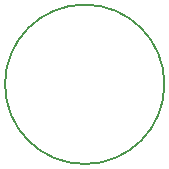
<source format=gbr>
%TF.GenerationSoftware,KiCad,Pcbnew,(5.1.10)-1*%
%TF.CreationDate,2021-10-06T18:23:09-05:00*%
%TF.ProjectId,Flex_02,466c6578-5f30-4322-9e6b-696361645f70,rev?*%
%TF.SameCoordinates,Original*%
%TF.FileFunction,Legend,Top*%
%TF.FilePolarity,Positive*%
%FSLAX46Y46*%
G04 Gerber Fmt 4.6, Leading zero omitted, Abs format (unit mm)*
G04 Created by KiCad (PCBNEW (5.1.10)-1) date 2021-10-06 18:23:09*
%MOMM*%
%LPD*%
G01*
G04 APERTURE LIST*
%ADD10C,0.160000*%
G04 APERTURE END LIST*
D10*
%TO.C,REF\u002A\u002A*%
X149318100Y-106142180D02*
G75*
G03*
X149318100Y-106142180I-6750000J0D01*
G01*
%TD*%
M02*

</source>
